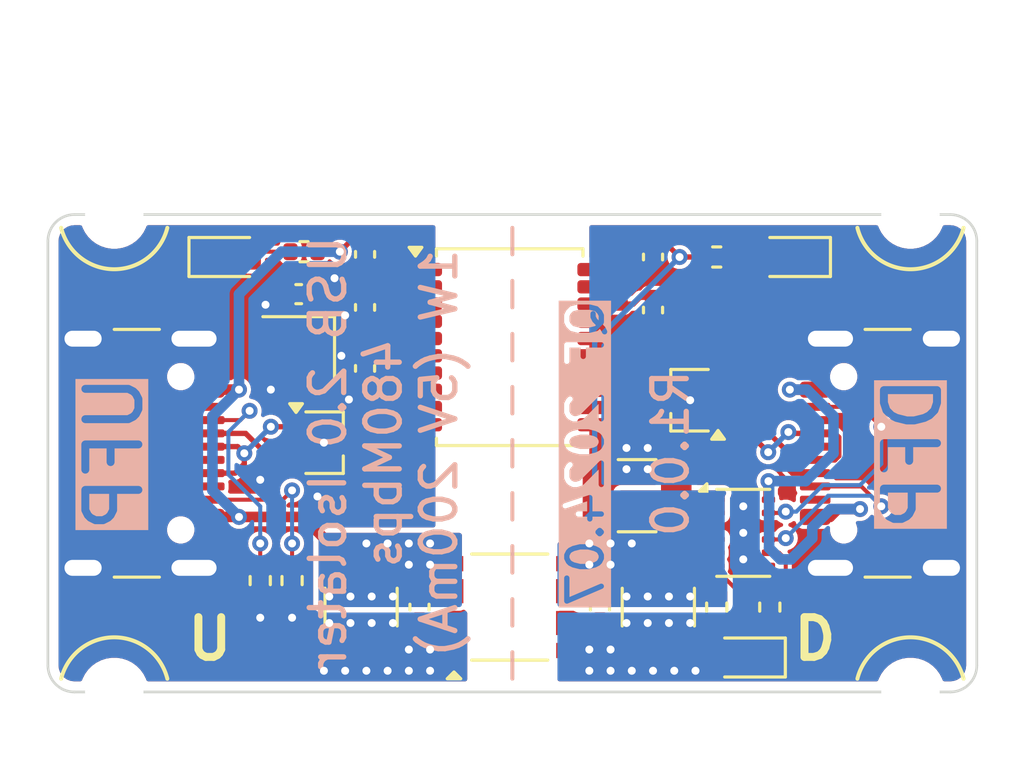
<source format=kicad_pcb>
(kicad_pcb (version 20240108) (generator "pcbnew") (generator_version "8.0")
  (layers (0 "F.Cu" signal) (31 "B.Cu" signal) (34 "B.Paste" user) (35 "F.Paste" user) (36 "B.SilkS" user "B.Silkscreen") (37 "F.SilkS" user "F.Silkscreen") (38 "B.Mask" user) (39 "F.Mask" user) (44 "Edge.Cuts" user))
  (net 0 "")
  (net 2 "+5V0_UFP")
  (net 3 "GND1")
  (net 4 "GND2")
  (net 5 "+5V0_DFP")
  (net 6 "Net-(U1-XI)")
  (net 7 "Net-(U1-XO)")
  (net 8 "Net-(U1-VDD1)")
  (net 9 "Net-(U1-VDD2)")
  (net 10 "/UFP_D_P")
  (net 11 "/UFP_D_N")
  (net 12 "/DFP_D_P")
  (net 13 "/DFP_D_N")
  (net 14 "Net-(D3-A)")
  (net 15 "Net-(D3-K)")
  (net 16 "Net-(D4-A)")
  (net 17 "Net-(D5-A)")
  (net 18 "/UFP_CC1")
  (net 19 "/UFP_CC2")
  (net 20 "/DFP_CC1")
  (net 21 "/DFP_CC2")
  (net 22 "Net-(U3-REF)")
  (net 27 "+5V0_DFP_VBUS")
  (footprint "LED_SMD:LED_0603_1608Metric" (layer "F.Cu") (at 105.27 77.055 180)
    (property "Reference" "D3" (hide yes))
    (property "Value" "LED_Amber" (hide yes))
    (pad "1" smd roundrect (at -0.7875 0 180) (size 0.875 0.95) (layers "F.Cu" "F.Paste" "F.Mask") (net 15 "Net-(D3-K)"))
    (pad "2" smd roundrect (at 0.7875 0 180) (size 0.875 0.95) (layers "F.Cu" "F.Paste" "F.Mask") (net 14 "Net-(D3-A)"))
  )
  (footprint "Capacitor_SMD:C_0402_1005Metric" (layer "F.Cu") (at 99.77 75.155 -90)
    (property "Reference" "C4" (hide yes))
    (property "Value" "0.1u" (hide yes))
    (pad "1" smd roundrect (at -0.48 0 270) (size 0.56 0.62) (layers "F.Cu" "F.Paste" "F.Mask") (net 5 "+5V0_DFP"))
    (pad "2" smd roundrect (at 0.48 0 270) (size 0.56 0.62) (layers "F.Cu" "F.Paste" "F.Mask") (net 4 "GND2"))
  )
  (footprint "LED_SMD:LED_0603_1608Metric" (layer "F.Cu") (at 106.97 61.955 180)
    (property "Reference" "D4" (hide yes))
    (property "Value" "LED_Green" (hide yes))
    (pad "1" smd roundrect (at -0.7875 0 180) (size 0.875 0.95) (layers "F.Cu" "F.Paste" "F.Mask") (net 4 "GND2"))
    (pad "2" smd roundrect (at 0.7875 0 180) (size 0.875 0.95) (layers "F.Cu" "F.Paste" "F.Mask") (net 16 "Net-(D4-A)"))
  )
  (footprint "Capacitor_SMD:C_0402_1005Metric" (layer "F.Cu") (at 90.92 61.855 -90)
    (property "Reference" "C8" (hide yes))
    (property "Value" "0.1u" (hide yes))
    (pad "1" smd roundrect (at -0.48 0 270) (size 0.56 0.62) (layers "F.Cu" "F.Paste" "F.Mask") (net 2 "+5V0_UFP"))
    (pad "2" smd roundrect (at 0.48 0 270) (size 0.56 0.62) (layers "F.Cu" "F.Paste" "F.Mask") (net 3 "GND1"))
  )
  (footprint "Resistor_SMD:R_0402_1005Metric" (layer "F.Cu") (at 104.17 61.955)
    (property "Reference" "R5" (hide yes))
    (property "Value" "5.1K" (hide yes))
    (pad "1" smd roundrect (at -0.51 0) (size 0.54 0.64) (layers "F.Cu" "F.Paste" "F.Mask") (net 5 "+5V0_DFP"))
    (pad "2" smd roundrect (at 0.51 0) (size 0.54 0.64) (layers "F.Cu" "F.Paste" "F.Mask") (net 16 "Net-(D4-A)"))
  )
  (footprint "Connector_USB:USB_C_Receptacle_GCT_USB4105-xx-A_16P_TopMnt_Horizontal" (layer "F.Cu") (at 81.37 69.355 -90)
    (property "Reference" "J1" (hide yes))
    (property "Value" "USB_C_Receptacle_USB2.0_14P" (hide yes))
    (pad "" np_thru_hole circle (at -2.89 -2.605 270) (size 0.65 0.65) (drill 0.65) (layers "F&B.Cu" "*.Mask"))
    (pad "" np_thru_hole circle (at 2.89 -2.605 270) (size 0.65 0.65) (drill 0.65) (layers "F&B.Cu" "*.Mask"))
    (pad "A1" smd roundrect (at -3.2 -3.68 270) (size 0.6 1.15) (layers "F.Cu" "F.Paste" "F.Mask") (net 3 "GND1"))
    (pad "A4" smd roundrect (at -2.4 -3.68 270) (size 0.6 1.15) (layers "F.Cu" "F.Paste" "F.Mask") (net 2 "+5V0_UFP"))
    (pad "A5" smd roundrect (at -1.25 -3.68 270) (size 0.3 1.15) (layers "F.Cu" "F.Paste" "F.Mask") (net 18 "/UFP_CC1"))
    (pad "A6" smd roundrect (at -0.25 -3.68 270) (size 0.3 1.15) (layers "F.Cu" "F.Paste" "F.Mask") (net 10 "/UFP_D_P"))
    (pad "A7" smd roundrect (at 0.25 -3.68 270) (size 0.3 1.15) (layers "F.Cu" "F.Paste" "F.Mask") (net 11 "/UFP_D_N"))
    (pad "A8" smd roundrect (at 1.25 -3.68 270) (size 0.3 1.15) (layers "F.Cu" "F.Paste" "F.Mask"))
    (pad "A9" smd roundrect (at 2.4 -3.68 270) (size 0.6 1.15) (layers "F.Cu" "F.Paste" "F.Mask") (net 2 "+5V0_UFP"))
    (pad "A12" smd roundrect (at 3.2 -3.68 270) (size 0.6 1.15) (layers "F.Cu" "F.Paste" "F.Mask") (net 3 "GND1"))
    (pad "B1" smd roundrect (at 3.2 -3.68 270) (size 0.6 1.15) (layers "F.Cu" "F.Paste" "F.Mask") (net 3 "GND1"))
    (pad "B4" smd roundrect (at 2.4 -3.68 270) (size 0.6 1.15) (layers "F.Cu" "F.Paste" "F.Mask") (net 2 "+5V0_UFP"))
    (pad "B5" smd roundrect (at 1.75 -3.68 270) (size 0.3 1.15) (layers "F.Cu" "F.Paste" "F.Mask") (net 19 "/UFP_CC2"))
    (pad "B6" smd roundrect (at 0.75 -3.68 270) (size 0.3 1.15) (layers "F.Cu" "F.Paste" "F.Mask") (net 10 "/UFP_D_P"))
    (pad "B7" smd roundrect (at -0.75 -3.68 270) (size 0.3 1.15) (layers "F.Cu" "F.Paste" "F.Mask") (net 11 "/UFP_D_N"))
    (pad "B8" smd roundrect (at -1.75 -3.68 270) (size 0.3 1.15) (layers "F.Cu" "F.Paste" "F.Mask"))
    (pad "B9" smd roundrect (at -2.4 -3.68 270) (size 0.6 1.15) (layers "F.Cu" "F.Paste" "F.Mask") (net 2 "+5V0_UFP"))
    (pad "B12" smd roundrect (at -3.2 -3.68 270) (size 0.6 1.15) (layers "F.Cu" "F.Paste" "F.Mask") (net 3 "GND1"))
    (pad "S1" thru_hole oval (at -4.32 -3.105 270) (size 1 2.1) (drill oval 0.6 1.7) (layers "*.Cu" "*.Mask" "F.Paste") (net 3 "GND1"))
    (pad "S1" thru_hole oval (at -4.32 1.075 270) (size 1 1.8) (drill oval 0.6 1.4) (layers "*.Cu" "*.Mask" "F.Paste") (net 3 "GND1"))
    (pad "S1" thru_hole oval (at 4.32 -3.105 270) (size 1 2.1) (drill oval 0.6 1.7) (layers "*.Cu" "*.Mask" "F.Paste") (net 3 "GND1"))
    (pad "S1" thru_hole oval (at 4.32 1.075 270) (size 1 1.8) (drill oval 0.6 1.4) (layers "*.Cu" "*.Mask" "F.Paste") (net 3 "GND1"))
  )
  (footprint "Capacitor_SMD:C_0402_1005Metric" (layer "F.Cu") (at 90.92 63.855 -90)
    (property "Reference" "C7" (hide yes))
    (property "Value" "0.1u" (hide yes))
    (pad "1" smd roundrect (at -0.48 0 270) (size 0.56 0.62) (layers "F.Cu" "F.Paste" "F.Mask") (net 8 "Net-(U1-VDD1)"))
    (pad "2" smd roundrect (at 0.48 0 270) (size 0.56 0.62) (layers "F.Cu" "F.Paste" "F.Mask") (net 3 "GND1"))
  )
  (footprint "Resistor_SMD:R_0402_1005Metric" (layer "F.Cu") (at 106.17 75.155 -90)
    (property "Reference" "R3" (hide yes))
    (property "Value" "100K" (hide yes))
    (pad "1" smd roundrect (at -0.51 0 270) (size 0.54 0.64) (layers "F.Cu" "F.Paste" "F.Mask") (net 22 "Net-(U3-REF)"))
    (pad "2" smd roundrect (at 0.51 0 270) (size 0.54 0.64) (layers "F.Cu" "F.Paste" "F.Mask") (net 4 "GND2"))
  )
  (footprint "Resistor_SMD:R_0402_1005Metric" (layer "F.Cu") (at 88.17 74.155 -90)
    (property "Reference" "R1" (hide yes))
    (property "Value" "5.1K" (hide yes))
    (pad "1" smd roundrect (at -0.51 0 270) (size 0.54 0.64) (layers "F.Cu" "F.Paste" "F.Mask") (net 19 "/UFP_CC2"))
    (pad "2" smd roundrect (at 0.51 0 270) (size 0.54 0.64) (layers "F.Cu" "F.Paste" "F.Mask") (net 3 "GND1"))
  )
  (footprint "Package_TO_SOT_SMD:SOT-323_SC-70" (layer "F.Cu") (at 103.17 67.355 180)
    (property "Reference" "D2" (hide yes))
    (property "Value" "ESD752" (hide yes))
    (pad "1" smd roundrect (at -1 -0.65 90) (size 0.45 0.7) (layers "F.Cu" "F.Paste" "F.Mask") (net 12 "/DFP_D_P"))
    (pad "2" smd roundrect (at -1 0.65 90) (size 0.45 0.7) (layers "F.Cu" "F.Paste" "F.Mask") (net 13 "/DFP_D_N"))
    (pad "3" smd roundrect (at 1 0 90) (size 0.45 0.7) (layers "F.Cu" "F.Paste" "F.Mask") (net 4 "GND2"))
  )
  (footprint "Connector_USB:USB_C_Receptacle_GCT_USB4105-xx-A_16P_TopMnt_Horizontal" (layer "F.Cu") (at 111.56 69.355 90)
    (property "Reference" "J2" (hide yes))
    (property "Value" "USB_C_Receptacle_USB2.0_14P" (hide yes))
    (pad "" np_thru_hole circle (at -2.89 -2.605 90) (size 0.65 0.65) (drill 0.65) (layers "F&B.Cu" "*.Mask"))
    (pad "" np_thru_hole circle (at 2.89 -2.605 90) (size 0.65 0.65) (drill 0.65) (layers "F&B.Cu" "*.Mask"))
    (pad "A1" smd roundrect (at -3.2 -3.68 90) (size 0.6 1.15) (layers "F.Cu" "F.Paste" "F.Mask") (net 4 "GND2"))
    (pad "A4" smd roundrect (at -2.4 -3.68 90) (size 0.6 1.15) (layers "F.Cu" "F.Paste" "F.Mask") (net 27 "+5V0_DFP_VBUS"))
    (pad "A5" smd roundrect (at -1.25 -3.68 90) (size 0.3 1.15) (layers "F.Cu" "F.Paste" "F.Mask") (net 20 "/DFP_CC1"))
    (pad "A6" smd roundrect (at -0.25 -3.68 90) (size 0.3 1.15) (layers "F.Cu" "F.Paste" "F.Mask") (net 12 "/DFP_D_P"))
    (pad "A7" smd roundrect (at 0.25 -3.68 90) (size 0.3 1.15) (layers "F.Cu" "F.Paste" "F.Mask") (net 13 "/DFP_D_N"))
    (pad "A8" smd roundrect (at 1.25 -3.68 90) (size 0.3 1.15) (layers "F.Cu" "F.Paste" "F.Mask"))
    (pad "A9" smd roundrect (at 2.4 -3.68 90) (size 0.6 1.15) (layers "F.Cu" "F.Paste" "F.Mask") (net 27 "+5V0_DFP_VBUS"))
    (pad "A12" smd roundrect (at 3.2 -3.68 90) (size 0.6 1.15) (layers "F.Cu" "F.Paste" "F.Mask") (net 4 "GND2"))
    (pad "B1" smd roundrect (at 3.2 -3.68 90) (size 0.6 1.15) (layers "F.Cu" "F.Paste" "F.Mask") (net 4 "GND2"))
    (pad "B4" smd roundrect (at 2.4 -3.68 90) (size 0.6 1.15) (layers "F.Cu" "F.Paste" "F.Mask") (net 27 "+5V0_DFP_VBUS"))
    (pad "B5" smd roundrect (at 1.75 -3.68 90) (size 0.3 1.15) (layers "F.Cu" "F.Paste" "F.Mask") (net 21 "/DFP_CC2"))
    (pad "B6" smd roundrect (at 0.75 -3.68 90) (size 0.3 1.15) (layers "F.Cu" "F.Paste" "F.Mask") (net 12 "/DFP_D_P"))
    (pad "B7" smd roundrect (at -0.75 -3.68 90) (size 0.3 1.15) (layers "F.Cu" "F.Paste" "F.Mask") (net 13 "/DFP_D_N"))
    (pad "B8" smd roundrect (at -1.75 -3.68 90) (size 0.3 1.15) (layers "F.Cu" "F.Paste" "F.Mask"))
    (pad "B9" smd roundrect (at -2.4 -3.68 90) (size 0.6 1.15) (layers "F.Cu" "F.Paste" "F.Mask") (net 27 "+5V0_DFP_VBUS"))
    (pad "B12" smd roundrect (at -3.2 -3.68 90) (size 0.6 1.15) (layers "F.Cu" "F.Paste" "F.Mask") (net 4 "GND2"))
    (pad "S1" thru_hole oval (at -4.32 -3.105 90) (size 1 2.1) (drill oval 0.6 1.7) (layers "*.Cu" "*.Mask" "F.Paste") (net 4 "GND2"))
    (pad "S1" thru_hole oval (at -4.32 1.075 90) (size 1 1.8) (drill oval 0.6 1.4) (layers "*.Cu" "*.Mask" "F.Paste") (net 4 "GND2"))
    (pad "S1" thru_hole oval (at 4.32 -3.105 90) (size 1 2.1) (drill oval 0.6 1.7) (layers "*.Cu" "*.Mask" "F.Paste") (net 4 "GND2"))
    (pad "S1" thru_hole oval (at 4.32 1.075 90) (size 1 1.8) (drill oval 0.6 1.4) (layers "*.Cu" "*.Mask" "F.Paste") (net 4 "GND2"))
  )
  (footprint "Capacitor_SMD:C_0402_1005Metric" (layer "F.Cu") (at 88.42 63.355 180)
    (property "Reference" "C5" (hide yes))
    (property "Value" "15p" (hide yes))
    (pad "1" smd roundrect (at -0.48 0 180) (size 0.56 0.62) (layers "F.Cu" "F.Paste" "F.Mask") (net 6 "Net-(U1-XI)"))
    (pad "2" smd roundrect (at 0.48 0 180) (size 0.56 0.62) (layers "F.Cu" "F.Paste" "F.Mask") (net 3 "GND1"))
  )
  (footprint "Package_SON:WSON-12-1EP_3x2mm_P0.5mm_EP1x2.65_ThermalVias" (layer "F.Cu") (at 105.17 72.355)
    (property "Reference" "U3" (hide yes))
    (property "Value" "TPS25820" (hide yes))
    (pad "1" smd roundrect (at -0.95 -1.25) (size 0.5 0.25) (layers "F.Cu" "F.Paste" "F.Mask") (net 5 "+5V0_DFP"))
    (pad "2" smd roundrect (at -0.95 -0.75) (size 0.5 0.25) (layers "F.Cu" "F.Paste" "F.Mask") (net 5 "+5V0_DFP"))
    (pad "3" smd roundrect (at -0.95 -0.25) (size 0.5 0.25) (layers "F.Cu" "F.Paste" "F.Mask") (net 4 "GND2"))
    (pad "4" smd roundrect (at -0.95 0.25) (size 0.5 0.25) (layers "F.Cu" "F.Paste" "F.Mask") (net 5 "+5V0_DFP"))
    (pad "5" smd roundrect (at -0.95 0.75) (size 0.5 0.25) (layers "F.Cu" "F.Paste" "F.Mask"))
    (pad "6" smd roundrect (at -0.95 1.25) (size 0.5 0.25) (layers "F.Cu" "F.Paste" "F.Mask") (net 15 "Net-(D3-K)"))
    (pad "7" smd roundrect (at 0.95 1.25) (size 0.5 0.25) (layers "F.Cu" "F.Paste" "F.Mask"))
    (pad "8" smd roundrect (at 0.95 0.75) (size 0.5 0.25) (layers "F.Cu" "F.Paste" "F.Mask") (net 22 "Net-(U3-REF)"))
    (pad "9" smd roundrect (at 0.95 0.25) (size 0.5 0.25) (layers "F.Cu" "F.Paste" "F.Mask") (net 20 "/DFP_CC1"))
    (pad "10" smd roundrect (at 0.95 -0.25) (size 0.5 0.25) (layers "F.Cu" "F.Paste" "F.Mask") (net 4 "GND2"))
    (pad "11" smd roundrect (at 0.95 -0.75) (size 0.5 0.25) (layers "F.Cu" "F.Paste" "F.Mask") (net 21 "/DFP_CC2"))
    (pad "12" smd roundrect (at 0.95 -1.25) (size 0.5 0.25) (layers "F.Cu" "F.Paste" "F.Mask") (net 27 "+5V0_DFP_VBUS"))
    (pad "13" thru_hole circle (at 0 -1 90) (size 0.6 0.6) (drill 0.3) (layers "*.Cu") (net 4 "GND2"))
    (pad "13" thru_hole circle (at 0 0) (size 0.6 0.6) (drill 0.3) (layers "*.Cu") (net 4 "GND2"))
    (pad "13" smd rect (at 0 0) (size 1 2.65) (layers "F.Cu" "F.Mask") (net 4 "GND2"))
    (pad "13" smd rect (at 0 0) (size 1 2.65) (layers "B.Cu") (net 4 "GND2"))
    (pad "13" thru_hole circle (at 0 1) (size 0.6 0.6) (drill 0.3) (layers "*.Cu") (net 4 "GND2"))
  )
  (footprint "Crystal:Crystal_SMD_2016-4Pin_2.0x1.6mm" (layer "F.Cu") (at 88.42 65.355 180)
    (property "Reference" "Y1" (hide yes))
    (property "Value" "24Mhz" (hide yes))
    (pad "1" smd rect (at -0.7 0.55 180) (size 0.9 0.8) (layers "F.Cu" "F.Paste" "F.Mask") (net 6 "Net-(U1-XI)"))
    (pad "2" smd rect (at 0.7 0.55 180) (size 0.9 0.8) (layers "F.Cu" "F.Paste" "F.Mask") (net 3 "GND1"))
    (pad "3" smd rect (at 0.7 -0.55 180) (size 0.9 0.8) (layers "F.Cu" "F.Paste" "F.Mask") (net 7 "Net-(U1-XO)"))
    (pad "4" smd rect (at -0.7 -0.55 180) (size 0.9 0.8) (layers "F.Cu" "F.Paste" "F.Mask") (net 3 "GND1"))
  )
  (footprint "Capacitor_SMD:C_0402_1005Metric" (layer "F.Cu") (at 101.77 61.955 -90)
    (property "Reference" "C10" (hide yes))
    (property "Value" "0.1u" (hide yes))
    (pad "1" smd roundrect (at -0.48 0 270) (size 0.56 0.62) (layers "F.Cu" "F.Paste" "F.Mask") (net 5 "+5V0_DFP"))
    (pad "2" smd roundrect (at 0.48 0 270) (size 0.56 0.62) (layers "F.Cu" "F.Paste" "F.Mask") (net 4 "GND2"))
  )
  (footprint "Capacitor_SMD:C_1210_3225Metric" (layer "F.Cu") (at 90.77 75.155 -90)
    (property "Reference" "C1" (hide yes))
    (property "Value" "22u" (hide yes))
    (pad "1" smd roundrect (at -1.475 0 270) (size 1.15 2.7) (layers "F.Cu" "F.Paste" "F.Mask") (roundrect_rratio 0.217391) (net 2 "+5V0_UFP"))
    (pad "2" smd roundrect (at 1.475 0 270) (size 1.15 2.7) (layers "F.Cu" "F.Paste" "F.Mask") (roundrect_rratio 0.217391) (net 3 "GND1"))
  )
  (footprint "MountingHole:MountingHole_2.2mm_M2" (layer "F.Cu") (at 111.47 60.355)
    (property "Reference" "H3" (hide yes))
    (property "Value" "MountingHole" (hide yes))
    (pad "" np_thru_hole circle (at 0 0) (size 2.2 2.2) (drill 2.2) (layers "*.Cu" "*.Mask"))
  )
  (footprint "LED_SMD:LED_0603_1608Metric" (layer "F.Cu") (at 85.77 61.955)
    (property "Reference" "D5" (hide yes))
    (property "Value" "LED_Green" (hide yes))
    (pad "1" smd roundrect (at -0.7875 0) (size 0.875 0.95) (layers "F.Cu" "F.Paste" "F.Mask") (net 3 "GND1"))
    (pad "2" smd roundrect (at 0.7875 0) (size 0.875 0.95) (layers "F.Cu" "F.Paste" "F.Mask") (net 17 "Net-(D5-A)"))
  )
  (footprint "MountingHole:MountingHole_2.2mm_M2" (layer "F.Cu") (at 81.47 60.355)
    (property "Reference" "H2" (hide yes))
    (property "Value" "MountingHole" (hide yes))
    (pad "" np_thru_hole circle (at 0 0) (size 2.2 2.2) (drill 2.2) (layers "*.Cu" "*.Mask"))
  )
  (footprint "q-lab:Package_LGA-12_5x4mm" (layer "F.Cu") (at 96.37 75.155 180)
    (property "Reference" "U2" (hide yes))
    (property "Value" "R05C1TF05S" (hide yes))
    (pad "1" smd custom (at 2.0875 -1.6375 180) (size 0.3 0.3) (layers "F.Cu" "F.Paste" "F.Mask") (net 3 "GND1") (options (clearance outline) (anchor rect)) (primitives (gr_poly (pts (xy -0.1875 0.2875) (xy -0.3375 0.1375) (xy -0.3375 -0.2875) (xy 0.3375 -0.2875) (xy 0.3375 0.2875)) (width 0.01) (fill yes))))
    (pad "2" smd custom (at 2.125 -0.3 180) (size 0.3 0.3) (layers "F.Cu" "F.Paste" "F.Mask") (net 3 "GND1") (options (clearance outline) (anchor rect)) (primitives (gr_poly (pts (xy 0.3 0.15) (xy -0.375 0.15) (xy -0.375 -0.75) (xy 0.3 -0.75) (xy 0.3 -0.45) (xy 0.175 -0.45) (xy 0.175 -0.15) (xy 0.3 -0.15)) (width 0.01) (fill yes))))
    (pad "3" smd rect (at 2.1 -0.9 180) (size 0.3 0.3) (layers "F.Cu" "F.Paste" "F.Mask") (net 3 "GND1"))
    (pad "4" smd custom (at 2.125 0.9 180) (size 0.3 0.3) (layers "F.Cu" "F.Paste" "F.Mask") (net 2 "+5V0_UFP") (options (clearance outline) (anchor rect)) (primitives (gr_poly (pts (xy 0.3 0.15) (xy -0.375 0.15) (xy -0.375 -0.75) (xy 0.3 -0.75) (xy 0.3 -0.45) (xy 0.175 -0.45) (xy 0.175 -0.15) (xy 0.3 -0.15)) (width 0.01) (fill yes))))
    (pad "5" smd rect (at 2.1 0.3 180) (size 0.3 0.3) (layers "F.Cu" "F.Paste" "F.Mask") (net 2 "+5V0_UFP"))
    (pad "6" smd rect (at 2.0875 1.6375 180) (size 0.675 0.575) (layers "F.Cu" "F.Paste" "F.Mask") (net 2 "+5V0_UFP"))
    (pad "7" smd rect (at -2.0875 1.6375 180) (size 0.675 0.575) (layers "F.Cu" "F.Paste" "F.Mask") (net 5 "+5V0_DFP"))
    (pad "8" smd rect (at -2.1 0.9 180) (size 0.3 0.3) (layers "F.Cu" "F.Paste" "F.Mask") (net 5 "+5V0_DFP"))
    (pad "9" smd custom (at -2.125 0.3 180) (size 0.3 0.3) (layers "F.Cu" "F.Paste" "F.Mask") (net 5 "+5V0_DFP") (options (clearance outline) (anchor rect)) (primitives (gr_poly (pts (xy -0.3 0.45) (xy -0.3 0.75) (xy 0.375 0.75) (xy 0.375 -0.15) (xy -0.3 -0.15) (xy -0.3 0.15) (xy -0.175 0.15) (xy -0.175 0.45)) (width 0.01) (fill yes))))
    (pad "10" smd rect (at -2.1 -0.3 180) (size 0.3 0.3) (layers "F.Cu" "F.Paste" "F.Mask") (net 4 "GND2"))
    (pad "11" smd custom (at -2.125 -0.9 180) (size 0.3 0.3) (layers "F.Cu" "F.Paste" "F.Mask") (net 4 "GND2") (options (clearance outline) (anchor rect)) (primitives (gr_poly (pts (xy -0.3 0.45) (xy -0.3 0.75) (xy 0.375 0.75) (xy 0.375 -0.15) (xy -0.3 -0.15) (xy -0.3 0.15) (xy -0.175 0.15) (xy -0.175 0.45)) (width 0.01) (fill yes))))
    (pad "12" smd rect (at -2.0875 -1.6375 180) (size 0.675 0.575) (layers "F.Cu" "F.Paste" "F.Mask") (net 4 "GND2"))
  )
  (footprint "Capacitor_SMD:C_0402_1005Metric" (layer "F.Cu") (at 92.97 75.155 -90)
    (property "Reference" "C2" (hide yes))
    (property "Value" "0.1u" (hide yes))
    (pad "1" smd roundrect (at -0.48 0 270) (size 0.56 0.62) (layers "F.Cu" "F.Paste" "F.Mask") (net 2 "+5V0_UFP"))
    (pad "2" smd roundrect (at 0.48 0 270) (size 0.56 0.62) (layers "F.Cu" "F.Paste" "F.Mask") (net 3 "GND1"))
  )
  (footprint "Package_TO_SOT_SMD:SOT-323_SC-70" (layer "F.Cu") (at 89.37 68.955)
    (property "Reference" "D1" (hide yes))
    (property "Value" "ESD752" (hide yes))
    (pad "1" smd roundrect (at -1 -0.65 270) (size 0.45 0.7) (layers "F.Cu" "F.Paste" "F.Mask") (net 10 "/UFP_D_P"))
    (pad "2" smd roundrect (at -1 0.65 270) (size 0.45 0.7) (layers "F.Cu" "F.Paste" "F.Mask") (net 11 "/UFP_D_N"))
    (pad "3" smd roundrect (at 1 0 270) (size 0.45 0.7) (layers "F.Cu" "F.Paste" "F.Mask") (net 3 "GND1"))
  )
  (footprint "Resistor_SMD:R_0402_1005Metric" (layer "F.Cu") (at 86.97 74.155 -90)
    (property "Reference" "R2" (hide yes))
    (property "Value" "5.1K" (hide yes))
    (pad "1" smd roundrect (at -0.51 0 270) (size 0.54 0.64) (layers "F.Cu" "F.Paste" "F.Mask") (net 18 "/UFP_CC1"))
    (pad "2" smd roundrect (at 0.51 0 270) (size 0.54 0.64) (layers "F.Cu" "F.Paste" "F.Mask") (net 3 "GND1"))
  )
  (footprint "Capacitor_SMD:C_0402_1005Metric" (layer "F.Cu") (at 90.92 66.155 -90)
    (property "Reference" "C6" (hide yes))
    (property "Value" "15p" (hide yes))
    (pad "1" smd roundrect (at -0.48 0 270) (size 0.56 0.62) (layers "F.Cu" "F.Paste" "F.Mask") (net 7 "Net-(U1-XO)"))
    (pad "2" smd roundrect (at 0.48 0 270) (size 0.56 0.62) (layers "F.Cu" "F.Paste" "F.Mask") (net 3 "GND1"))
  )
  (footprint "Resistor_SMD:R_0402_1005Metric" (layer "F.Cu") (at 104.17 75.155 -90)
    (property "Reference" "R4" (hide yes))
    (property "Value" "5.1K" (hide yes))
    (pad "1" smd roundrect (at -0.51 0 270) (size 0.54 0.64) (layers "F.Cu" "F.Paste" "F.Mask") (net 5 "+5V0_DFP"))
    (pad "2" smd roundrect (at 0.51 0 270) (size 0.54 0.64) (layers "F.Cu" "F.Paste" "F.Mask") (net 14 "Net-(D3-A)"))
  )
  (footprint "Capacitor_SMD:C_1210_3225Metric" (layer "F.Cu") (at 101.17 70.955 180)
    (property "Reference" "C11" (hide yes))
    (property "Value" "22u" (hide yes))
    (pad "1" smd roundrect (at -1.475 0 180) (size 1.15 2.7) (layers "F.Cu" "F.Paste" "F.Mask") (roundrect_rratio 0.217391) (net 5 "+5V0_DFP"))
    (pad "2" smd roundrect (at 1.475 0 180) (size 1.15 2.7) (layers "F.Cu" "F.Paste" "F.Mask") (roundrect_rratio 0.217391) (net 4 "GND2"))
  )
  (footprint "Capacitor_SMD:C_1210_3225Metric" (layer "F.Cu") (at 101.97 75.155 -90)
    (property "Reference" "C3" (hide yes))
    (property "Value" "22u" (hide yes))
    (pad "1" smd roundrect (at -1.475 0 270) (size 1.15 2.7) (layers "F.Cu" "F.Paste" "F.Mask") (roundrect_rratio 0.217391) (net 5 "+5V0_DFP"))
    (pad "2" smd roundrect (at 1.475 0 270) (size 1.15 2.7) (layers "F.Cu" "F.Paste" "F.Mask") (roundrect_rratio 0.217391) (net 4 "GND2"))
  )
  (footprint "Resistor_SMD:R_0402_1005Metric" (layer "F.Cu") (at 88.62 61.755 180)
    (property "Reference" "R6" (hide yes))
    (property "Value" "5.1K" (hide yes))
    (pad "1" smd roundrect (at -0.51 0 180) (size 0.54 0.64) (layers "F.Cu" "F.Paste" "F.Mask") (net 2 "+5V0_UFP"))
    (pad "2" smd roundrect (at 0.51 0 180) (size 0.54 0.64) (layers "F.Cu" "F.Paste" "F.Mask") (net 17 "Net-(D5-A)"))
  )
  (footprint "Capacitor_SMD:C_0402_1005Metric" (layer "F.Cu") (at 101.77 63.955 -90)
    (property "Reference" "C9" (hide yes))
    (property "Value" "0.1u" (hide yes))
    (pad "1" smd roundrect (at -0.48 0 270) (size 0.56 0.62) (layers "F.Cu" "F.Paste" "F.Mask") (net 9 "Net-(U1-VDD2)"))
    (pad "2" smd roundrect (at 0.48 0 270) (size 0.56 0.62) (layers "F.Cu" "F.Paste" "F.Mask") (net 4 "GND2"))
  )
  (footprint "Package_SO:SSOP-20_5.3x7.2mm_P0.65mm" (layer "F.Cu") (at 96.37 65.355)
    (property "Reference" "U1" (hide yes))
    (property "Value" "ADuM3165" (hide yes))
    (pad "1" smd roundrect (at -3.5 -2.925) (size 1.9 0.5) (layers "F.Cu" "F.Paste" "F.Mask") (net 2 "+5V0_UFP"))
    (pad "2" smd roundrect (at -3.5 -2.275) (size 1.9 0.5) (layers "F.Cu" "F.Paste" "F.Mask") (net 3 "GND1"))
    (pad "3" smd roundrect (at -3.5 -1.625) (size 1.9 0.5) (layers "F.Cu" "F.Paste" "F.Mask") (net 8 "Net-(U1-VDD1)"))
    (pad "4" smd roundrect (at -3.5 -0.975) (size 1.9 0.5) (layers "F.Cu" "F.Paste" "F.Mask") (net 3 "GND1"))
    (pad "5" smd roundrect (at -3.5 -0.325) (size 1.9 0.5) (layers "F.Cu" "F.Paste" "F.Mask") (net 6 "Net-(U1-XI)"))
    (pad "6" smd roundrect (at -3.5 0.325) (size 1.9 0.5) (layers "F.Cu" "F.Paste" "F.Mask") (net 7 "Net-(U1-XO)"))
    (pad "7" smd roundrect (at -3.5 0.975) (size 1.9 0.5) (layers "F.Cu" "F.Paste" "F.Mask") (net 3 "GND1"))
    (pad "8" smd roundrect (at -3.5 1.625) (size 1.9 0.5) (layers "F.Cu" "F.Paste" "F.Mask") (net 10 "/UFP_D_P"))
    (pad "9" smd roundrect (at -3.5 2.275) (size 1.9 0.5) (layers "F.Cu" "F.Paste" "F.Mask") (net 11 "/UFP_D_N"))
    (pad "10" smd roundrect (at -3.5 2.925) (size 1.9 0.5) (layers "F.Cu" "F.Paste" "F.Mask") (net 3 "GND1"))
    (pad "11" smd roundrect (at 3.5 2.925) (size 1.9 0.5) (layers "F.Cu" "F.Paste" "F.Mask") (net 4 "GND2"))
    (pad "12" smd roundrect (at 3.5 2.275) (size 1.9 0.5) (layers "F.Cu" "F.Paste" "F.Mask") (net 12 "/DFP_D_P"))
    (pad "13" smd roundrect (at 3.5 1.625) (size 1.9 0.5) (layers "F.Cu" "F.Paste" "F.Mask") (net 13 "/DFP_D_N"))
    (pad "14" smd roundrect (at 3.5 0.975) (size 1.9 0.5) (layers "F.Cu" "F.Paste" "F.Mask"))
    (pad "15" smd roundrect (at 3.5 0.325) (size 1.9 0.5) (layers "F.Cu" "F.Paste" "F.Mask") (net 4 "GND2"))
    (pad "16" smd roundrect (at 3.5 -0.325) (size 1.9 0.5) (layers "F.Cu" "F.Paste" "F.Mask") (net 4 "GND2"))
    (pad "17" smd roundrect (at 3.5 -0.975) (size 1.9 0.5) (layers "F.Cu" "F.Paste" "F.Mask") (net 4 "GND2"))
    (pad "18" smd roundrect (at 3.5 -1.625) (size 1.9 0.5) (layers "F.Cu" "F.Paste" "F.Mask") (net 9 "Net-(U1-VDD2)"))
    (pad "19" smd roundrect (at 3.5 -2.275) (size 1.9 0.5) (layers "F.Cu" "F.Paste" "F.Mask") (net 4 "GND2"))
    (pad "20" smd roundrect (at 3.5 -2.925) (size 1.9 0.5) (layers "F.Cu" "F.Paste" "F.Mask") (net 5 "+5V0_DFP"))
  )
  (footprint "MountingHole:MountingHole_2.2mm_M2" (layer "F.Cu") (at 111.469999 78.354999)
    (property "Reference" "H4" (hide yes))
    (property "Value" "MountingHole" (hide yes))
    (pad "" np_thru_hole circle (at 0 0) (size 2.2 2.2) (drill 2.2) (layers "*.Cu" "*.Mask"))
  )
  (footprint "MountingHole:MountingHole_2.2mm_M2" (layer "F.Cu") (at 81.47 78.355)
    (property "Reference" "H1" (hide yes))
    (property "Value" "MountingHole" (hide yes))
    (pad "" np_thru_hole circle (at 0 0) (size 2.2 2.2) (drill 2.2) (layers "*.Cu" "*.Mask"))
  )
  (gr_line (start 96.47 67.855) (end 96.47 66.855) (stroke (width 0.15)) (layer "B.SilkS"))
  (gr_line (start 96.47 75.855) (end 96.47 74.855) (stroke (width 0.15)) (layer "B.SilkS"))
  (gr_line (start 96.47 63.855) (end 96.47 62.855) (stroke (width 0.15)) (layer "B.SilkS"))
  (gr_line (start 96.47 73.855) (end 96.47 72.855) (stroke (width 0.15)) (layer "B.SilkS"))
  (gr_line (start 96.47 77.855) (end 96.47 76.855) (stroke (width 0.15)) (layer "B.SilkS"))
  (gr_line (start 96.47 65.855) (end 96.47 64.855) (stroke (width 0.15)) (layer "B.SilkS"))
  (gr_line (start 96.47 69.855) (end 96.47 68.855) (stroke (width 0.15)) (layer "B.SilkS"))
  (gr_line (start 96.47 71.855) (end 96.47 70.855) (stroke (width 0.15)) (layer "B.SilkS"))
  (gr_line (start 96.47 61.855) (end 96.47 60.855) (stroke (width 0.15)) (layer "B.SilkS"))
  (gr_arc (start 83.47 60.855001) (mid 81.470001 62.416553) (end 79.470001 60.855001) (stroke (width 0.15)) (layer "F.SilkS"))
  (gr_arc (start 79.47 77.854999) (mid 81.469999 76.293447) (end 83.469999 77.854999) (stroke (width 0.15)) (layer "F.SilkS"))
  (gr_arc (start 109.47 77.854999) (mid 111.469999 76.293447) (end 113.469999 77.854999) (stroke (width 0.15)) (layer "F.SilkS"))
  (gr_arc (start 113.47 60.855) (mid 111.47 62.416552) (end 109.470001 60.855) (stroke (width 0.15)) (layer "F.SilkS"))
  (gr_arc (start 113.97 77.355) (mid 113.677107 78.062107) (end 112.97 78.355) (stroke (width 0.1)) (layer "Edge.Cuts"))
  (gr_line (start 78.97 77.355) (end 78.97 61.355) (stroke (width 0.1)) (layer "Edge.Cuts"))
  (gr_arc (start 78.97 61.355) (mid 79.262893 60.647893) (end 79.97 60.355) (stroke (width 0.1)) (layer "Edge.Cuts"))
  (gr_line (start 113.97 61.355) (end 113.97 77.355) (stroke (width 0.1)) (layer "Edge.Cuts"))
  (gr_line (start 112.97 78.355) (end 79.97 78.355) (stroke (width 0.1)) (layer "Edge.Cuts"))
  (gr_arc (start 79.97 78.355) (mid 79.262893 78.062107) (end 78.97 77.355) (stroke (width 0.1)) (layer "Edge.Cuts"))
  (gr_arc (start 112.97 60.355) (mid 113.677107 60.647893) (end 113.97 61.355) (stroke (width 0.1)) (layer "Edge.Cuts"))
  (gr_line (start 79.97 60.355) (end 112.97 60.355) (stroke (width 0.1)) (layer "Edge.Cuts"))
  (gr_text "QF 2024.07" (at 98.47 69.355 90) (layer "B.SilkS" knockout) (effects (font (size 1.3 1.3) (thickness 0.2)) (justify top mirror)))
  (gr_text "USB 2.0 Isolater\n480Mbps\n1W (5V 200mA)" (at 94.47 69.355 90) (layer "B.SilkS") (effects (font (size 1.3 1.3) (thickness 0.2)) (justify bottom mirror)))
  (gr_text "UFP" (at 81.47 69.355 90) (layer "B.SilkS" knockout) (effects (font (size 2 2) (thickness 0.3)) (justify mirror)))
  (gr_text "R1.0.0" (at 101.67 69.355 90) (layer "B.SilkS") (effects (font (size 1.3 1.3) (thickness 0.2)) (justify top mirror)))
  (gr_text "DFP" (at 111.56 69.355 90) (layer "B.SilkS" knockout) (effects (font (size 2 2) (thickness 0.3)) (justify mirror)))
  (gr_text "U" (at 85.07 76.355 0) (layer "F.SilkS") (effects (font (size 1.5 1.5) (thickness 0.3) (bold yes))))
  (gr_text "D" (at 107.87 76.355 0) (layer "F.SilkS") (effects (font (size 1.5 1.5) (thickness 0.3) (bold yes))))
  (segment (start 90.92 61.375) (end 90.35 61.375) (width 0.2) (layer "F.Cu") (net 2))
  (segment (start 85.05 71.755) (end 86.17 71.755) (width 0.4) (layer "F.Cu") (net 2))
  (segment (start 90.495 73.68) (end 90.77 73.68) (width 0.4) (layer "F.Cu") (net 2))
  (segment (start 86.17 71.755) (end 88.57 71.755) (width 0.4) (layer "F.Cu") (net 2))
  (segment (start 89.97 61.755) (end 89.13 61.755) (width 0.152) (layer "F.Cu") (net 2))
  (segment (start 92.87 62.43) (end 92.87 61.855) (width 0.2) (layer "F.Cu") (net 2))
  (segment (start 92.87 61.855) (end 92.39 61.375) (width 0.2) (layer "F.Cu") (net 2))
  (segment (start 92.39 61.375) (end 90.92 61.375) (width 0.2) (layer "F.Cu") (net 2))
  (segment (start 88.57 71.755) (end 90.495 73.68) (width 0.4) (layer "F.Cu") (net 2))
  (segment (start 85.05 66.955) (end 86.17 66.955) (width 0.4) (layer "F.Cu") (net 2))
  (segment (start 90.35 61.375) (end 89.97 61.755) (width 0.2) (layer "F.Cu") (net 2))
  (via (at 91.77 72.755) (size 0.6) (drill 0.3) (layers "F.Cu" "B.Cu") (net 2))
  (via (at 86.17 66.955) (size 0.6) (drill 0.3) (layers "F.Cu" "B.Cu") (net 2))
  (via (at 86.17 71.755) (size 0.6) (drill 0.3) (layers "F.Cu" "B.Cu") (net 2))
  (via (at 93.37 73.555) (size 0.6) (drill 0.3) (layers "F.Cu" "B.Cu") (net 2))
  (via (at 92.57 73.555) (size 0.6) (drill 0.3) (layers "F.Cu" "B.Cu") (net 2))
  (via (at 92.57 72.755) (size 0.6) (drill 0.3) (layers "F.Cu" "B.Cu") (net 2))
  (via (at 89.57 74.755) (size 0.6) (drill 0.3) (layers "F.Cu" "B.Cu") (net 2))
  (via (at 91.97 74.755) (size 0.6) (drill 0.3) (layers "F.Cu" "B.Cu") (net 2))
  (via (at 91.17 74.755) (size 0.6) (drill 0.3) (layers "F.Cu" "B.Cu") (net 2))
  (via (at 89.97 61.755) (size 0.6) (drill 0.3) (layers "F.Cu" "B.Cu") (net 2))
  (via (at 90.37 74.755) (size 0.6) (drill 0.3) (layers "F.Cu" "B.Cu") (net 2))
  (via (at 90.97 72.755) (size 0.6) (drill 0.3) (layers "F.Cu" "B.Cu") (net 2))
  (via (at 93.37 72.755) (size 0.6) (drill 0.3) (layers "F.Cu" "B.Cu") (net 2))
  (segment (start 86.17 63.355) (end 87.77 61.755) (width 0.4) (layer "B.Cu") (net 2))
  (segment (start 85.17 67.955) (end 85.17 70.755) (width 0.4) (layer "B.Cu") (net 2))
  (segment (start 86.17 66.955) (end 85.17 67.955) (width 0.4) (layer "B.Cu") (net 2))
  (segment (start 85.17 70.755) (end 86.17 71.755) (width 0.4) (layer "B.Cu") (net 2))
  (segment (start 87.77 61.755) (end 89.97 61.755) (width 0.4) (layer "B.Cu") (net 2))
  (segment (start 86.17 66.955) (end 86.17 63.355) (width 0.4) (layer "B.Cu") (net 2))
  (via (at 90.37 75.755) (size 0.6) (drill 0.3) (layers "F.Cu" "B.Cu") (net 3))
  (via (at 86.97 75.555) (size 0.6) (drill 0.3) (layers "F.Cu" "B.Cu") (net 3))
  (via (at 86.97 70.355) (size 0.6) (drill 0.3) (layers "F.Cu" "B.Cu") (net 3))
  (via (at 87.37 66.955) (size 0.6) (drill 0.3) (layers "F.Cu" "B.Cu") (net 3))
  (via (at 87.17 63.755) (size 0.6) (drill 0.3) (layers "F.Cu" "B.Cu") (net 3))
  (via (at 90.17 64.155) (size 0.6) (drill 0.3) (layers "F.Cu" "B.Cu") (net 3))
  (via (at 88.17 75.555) (size 0.6) (drill 0.3) (layers "F.Cu" "B.Cu") (net 3))
  (via (at 93.37 77.555) (size 0.6) (drill 0.3) (layers "F.Cu" "B.Cu") (net 3))
  (via (at 90.311858 67.327811) (size 0.6) (drill 0.3) (layers "F.Cu" "B.Cu") (net 3))
  (via (at 93.37 76.755) (size 0.6) (drill 0.3) (layers "F.Cu" "B.Cu") (net 3))
  (via (at 89.37 68.955) (size 0.6) (drill 0.3) (layers "F.Cu" "B.Cu") (net 3))
  (via (at 89.57 75.755) (size 0.6) (drill 0.3) (layers "F.Cu" "B.Cu") (net 3))
  (via (at 89.77 62.755) (size 0.6) (drill 0.3) (layers "F.Cu" "B.Cu") (net 3))
  (via (at 90.17 77.555) (size 0.6) (drill 0.3) (layers "F.Cu" "B.Cu") (net 3))
  (via (at 90.026658 65.679612) (size 0.6) (drill 0.3) (layers "F.Cu" "B.Cu") (net 3))
  (via (at 92.57 77.555) (size 0.6) (drill 0.3) (layers "F.Cu" "B.Cu") (net 3))
  (via (at 91.77 77.555) (size 0.6) (drill 0.3) (layers "F.Cu" "B.Cu") (net 3))
  (via (at 89.125848 70.984848) (size 0.6) (drill 0.3) (layers "F.Cu" "B.Cu") (net 3))
  (via (at 91.97 75.755) (size 0.6) (drill 0.3) (layers "F.Cu" "B.Cu") (net 3))
  (via (at 91.17 75.755) (size 0.6) (drill 0.3) (layers "F.Cu" "B.Cu") (net 3))
  (via (at 89.37 77.555) (size 0.6) (drill 0.3) (layers "F.Cu" "B.Cu") (net 3))
  (via (at 92.57 76.755) (size 0.6) (drill 0.3) (layers "F.Cu" "B.Cu") (net 3))
  (via (at 90.97 77.555) (size 0.6) (drill 0.3) (layers "F.Cu" "B.Cu") (net 3))
  (via (at 102.57 77.555) (size 0.6) (drill 0.3) (layers "F.Cu" "B.Cu") (net 4))
  (via (at 100.17 76.755) (size 0.6) (drill 0.3) (layers "F.Cu" "B.Cu") (net 4))
  (via (at 103.17 67.355) (size 0.6) (drill 0.3) (layers "F.Cu" "B.Cu") (net 4))
  (via (at 103.17 75.755) (size 0.6) (drill 0.3) (layers "F.Cu" "B.Cu") (net 4))
  (via (at 101.77 77.555) (size 0.6) (drill 0.3) (layers "F.Cu" "B.Cu") (net 4))
  (via (at 101.57 75.755) (size 0.6) (drill 0.3) (layers "F.Cu" "B.Cu") (net 4))
  (via (at 100.77 75.755) (size 0.6) (drill 0.3) (layers "F.Cu" "B.Cu") (net 4))
  (via (at 100.97 77.555) (size 0.6) (drill 0.3) (layers "F.Cu" "B.Cu") (net 4))
  (via (at 99.37 76.755) (size 0.6) (drill 0.3) (layers "F.Cu" "B.Cu") (net 4))
  (via (at 100.17 77.555) (size 0.6) (drill 0.3) (layers "F.Cu" "B.Cu") (net 4))
  (via (at 99.37 77.555) (size 0.6) (drill 0.3) (layers "F.Cu" "B.Cu") (net 4))
  (via (at 100.77 69.955) (size 0.6) (drill 0.3) (layers "F.Cu" "B.Cu") (net 4))
  (via (at 101.57 69.955) (size 0.6) (drill 0.3) (layers "F.Cu" "B.Cu") (net 4))
  (via (at 101.57 69.155) (size 0.6) (drill 0.3) (layers "F.Cu" "B.Cu") (net 4))
  (via (at 103.37 77.555) (size 0.6) (drill 0.3) (layers "F.Cu" "B.Cu") (net 4))
  (via (at 102.37 75.755) (size 0.6) (drill 0.3) (layers "F.Cu" "B.Cu") (net 4))
  (via (at 100.77 69.155) (size 0.6) (drill 0.3) (layers "F.Cu" "B.Cu") (net 4))
  (segment (start 101.77 61.475) (end 102.29 61.475) (width 0.2) (layer "F.Cu") (net 5))
  (segment (start 102.29 61.475) (end 102.77 61.955) (width 0.2) (layer "F.Cu") (net 5))
  (segment (start 102.77 61.955) (end 103.66 61.955) (width 0.2) (layer "F.Cu") (net 5))
  (segment (start 100.25 61.475) (end 101.77 61.475) (width 0.2) (layer "F.Cu") (net 5))
  (segment (start 99.87 61.855) (end 100.25 61.475) (width 0.2) (layer "F.Cu") (net 5))
  (segment (start 99.87 62.43) (end 99.87 61.855) (width 0.2) (layer "F.Cu") (net 5))
  (via (at 101.57 74.755) (size 0.6) (drill 0.3) (layers "F.Cu" "B.Cu") (net 5))
  (via (at 99.37 73.555) (size 0.6) (drill 0.3) (layers "F.Cu" "B.Cu") (net 5))
  (via (at 100.97 72.755) (size 0.6) (drill 0.3) (layers "F.Cu" "B.Cu") (net 5))
  (via (at 100.17 73.555) (size 0.6) (drill 0.3) (layers "F.Cu" "B.Cu") (net 5))
  (via (at 100.17 72.755) (size 0.6) (drill 0.3) (layers "F.Cu" "B.Cu") (net 5))
  (via (at 99.37 72.755) (size 0.6) (drill 0.3) (layers "F.Cu" "B.Cu") (net 5))
  (via (at 102.77 61.955) (size 0.6) (drill 0.3) (layers "F.Cu" "B.Cu") (net 5))
  (via (at 103.17 74.755) (size 0.6) (drill 0.3) (layers "F.Cu" "B.Cu") (net 5))
  (via (at 100.77 74.755) (size 0.6) (drill 0.3) (layers "F.Cu" "B.Cu") (net 5))
  (via (at 102.37 74.755) (size 0.6) (drill 0.3) (layers "F.Cu" "B.Cu") (net 5))
  (segment (start 99.57 68.555) (end 99.57 71.155) (width 0.2) (layer "B.Cu") (net 5))
  (segment (start 99.57 65.155) (end 99.57 68.555) (width 0.2) (layer "B.Cu") (net 5))
  (segment (start 102.77 61.955) (end 99.57 65.155) (width 0.2) (layer "B.Cu") (net 5))
  (segment (start 89.12 64.805) (end 89.345 65.03) (width 0.152) (layer "F.Cu") (net 6))
  (segment (start 88.9 63.355) (end 88.9 64.585) (width 0.152) (layer "F.Cu") (net 6))
  (segment (start 88.9 64.585) (end 89.12 64.805) (width 0.152) (layer "F.Cu") (net 6))
  (segment (start 89.345 65.03) (end 92.92 65.03) (width 0.152) (layer "F.Cu") (net 6))
  (segment (start 87.72 65.905) (end 88.57 66.755) (width 0.152) (layer "F.Cu") (net 7))
  (segment (start 91.66 65.675) (end 91.665 65.68) (width 0.152) (layer "F.Cu") (net 7))
  (segment (start 89.84 66.755) (end 90.92 65.675) (width 0.152) (layer "F.Cu") (net 7))
  (segment (start 91.665 65.68) (end 93.47 65.68) (width 0.152) (layer "F.Cu") (net 7))
  (segment (start 90.92 65.675) (end 91.66 65.675) (width 0.152) (layer "F.Cu") (net 7))
  (segment (start 88.57 66.755) (end 89.84 66.755) (width 0.152) (layer "F.Cu") (net 7))
  (segment (start 92.87 63.73) (end 91.745 63.73) (width 0.2) (layer "F.Cu") (net 8))
  (segment (start 91.745 63.73) (end 91.39 63.375) (width 0.2) (layer "F.Cu") (net 8))
  (segment (start 91.39 63.375) (end 90.92 63.375) (width 0.2) (layer "F.Cu") (net 8))
  (segment (start 99.87 63.73) (end 101.025088 63.73) (width 0.2) (layer "F.Cu") (net 9))
  (segment (start 101.025088 63.73) (end 101.280088 63.475) (width 0.2) (layer "F.Cu") (net 9))
  (segment (start 101.280088 63.475) (end 101.77 63.475) (width 0.2) (layer "F.Cu") (net 9))
  (segment (start 87.37 68.355) (end 88.32 68.355) (width 0.2) (layer "F.Cu") (net 10))
  (segment (start 91.745 66.98) (end 92.87 66.98) (width 0.2) (layer "F.Cu") (net 10))
  (segment (start 85.05 70.105) (end 86.02 70.105) (width 0.2) (layer "F.Cu") (net 10))
  (segment (start 88.37 68.305) (end 90.42 68.305) (width 0.2) (layer "F.Cu") (net 10))
  (segment (start 86.37 69.755) (end 86.37 69.355) (width 0.2) (layer "F.Cu") (net 10))
  (segment (start 86.37 69.355) (end 86.12 69.105) (width 0.2) (layer "F.Cu") (net 10))
  (segment (start 86.02 70.105) (end 86.37 69.755) (width 0.2) (layer "F.Cu") (net 10))
  (segment (start 88.32 68.355) (end 88.37 68.305) (width 0.2) (layer "F.Cu") (net 10))
  (segment (start 86.12 69.105) (end 85.05 69.105) (width 0.2) (layer "F.Cu") (net 10))
  (segment (start 90.42 68.305) (end 91.745 66.98) (width 0.2) (layer "F.Cu") (net 10))
  (via (at 87.37 68.355) (size 0.6) (drill 0.3) (layers "F.Cu" "B.Cu") (net 10))
  (via (at 86.37 69.355) (size 0.6) (drill 0.3) (layers "F.Cu" "B.Cu") (net 10))
  (segment (start 86.37 69.355) (end 87.37 68.355) (width 0.2) (layer "B.Cu") (net 10))
  (segment (start 91.17 69.155) (end 90.72 69.605) (width 0.2) (layer "F.Cu") (net 11))
  (segment (start 84.32 68.605) (end 83.97 68.955) (width 0.2) (layer "F.Cu") (net 11))
  (segment (start 86.42 68.605) (end 87.42 69.605) (width 0.2) (layer "F.Cu") (net 11))
  (segment (start 90.72 69.605) (end 88.37 69.605) (width 0.2) (layer "F.Cu") (net 11))
  (segment (start 84.22 69.605) (end 85.05 69.605) (width 0.2) (layer "F.Cu") (net 11))
  (segment (start 83.97 68.955) (end 83.97 69.355) (width 0.2) (layer "F.Cu") (net 11))
  (segment (start 83.97 69.355) (end 84.22 69.605) (width 0.2) (layer "F.Cu") (net 11))
  (segment (start 85.05 68.605) (end 84.32 68.605) (width 0.2) (layer "F.Cu") (net 11))
  (segment (start 85.05 68.605) (end 86.42 68.605) (width 0.2) (layer "F.Cu") (net 11))
  (segment (start 92.87 67.63) (end 91.707501 67.63) (width 0.2) (layer "F.Cu") (net 11))
  (segment (start 91.17 68.167501) (end 91.17 69.155) (width 0.2) (layer "F.Cu") (net 11))
  (segment (start 87.42 69.605) (end 88.37 69.605) (width 0.2) (layer "F.Cu") (net 11))
  (segment (start 91.707501 67.63) (end 91.17 68.167501) (width 0.2) (layer "F.Cu") (net 11))
  (segment (start 106.92 68.605) (end 106.87 68.555) (width 0.2) (layer "F.Cu") (net 12))
  (segment (start 105.0768 67.58) (end 104.72 67.58) (width 0.2) (layer "F.Cu") (net 12))
  (segment (start 108.77 68.755) (end 108.77 69.455) (width 0.2) (layer "F.Cu") (net 12))
  (segment (start 99.87 67.63) (end 101.611756 67.63) (width 0.2) (layer "F.Cu") (net 12))
  (segment (start 101.986756 68.005) (end 104.17 68.005) (width 0.2) (layer "F.Cu") (net 12))
  (segment (start 108.62 69.605) (end 108.77 69.455) (width 0.2) (layer "F.Cu") (net 12))
  (segment (start 107.88 69.605) (end 108.62 69.605) (width 0.2) (layer "F.Cu") (net 12))
  (segment (start 107.88 68.605) (end 108.62 68.605) (width 0.2) (layer "F.Cu") (net 12))
  (segment (start 105.445 68.650292) (end 105.445 67.9482) (width 0.2) (layer "F.Cu") (net 12))
  (segment (start 107.88 68.605) (end 106.92 68.605) (width 0.2) (layer "F.Cu") (net 12))
  (segment (start 106.109854 69.315146) (end 105.445 68.650292) (width 0.2) (layer "F.Cu") (net 12))
  (segment (start 105.445 67.9482) (end 105.0768 67.58) (width 0.2) (layer "F.Cu") (net 12))
  (segment (start 101.611756 67.63) (end 101.986756 68.005) (width 0.2) (layer "F.Cu") (net 12))
  (segment (start 108.62 68.605) (end 108.77 68.755) (width 0.2) (layer "F.Cu") (net 12))
  (segment (start 104.72 67.58) (end 104.295 68.005) (width 0.2) (layer "F.Cu") (net 12))
  (segment (start 104.295 68.005) (end 104.17 68.005) (width 0.2) (layer "F.Cu") (net 12))
  (via (at 106.109854 69.315146) (size 0.6) (drill 0.3) (layers "F.Cu" "B.Cu") (net 12))
  (via (at 106.87 68.555) (size 0.6) (drill 0.3) (layers "F.Cu" "B.Cu") (net 12))
  (segment (start 106.109854 69.315146) (end 106.87 68.555) (width 0.2) (layer "B.Cu") (net 12))
  (segment (start 106.87 69.33) (end 106.87 69.355) (width 0.2) (layer "F.Cu") (net 13))
  (segment (start 105.895 68.355) (end 106.87 69.33) (width 0.2) (layer "F.Cu") (net 13))
  (segment (start 104.295 66.705) (end 104.72 67.13) (width 0.2) (layer "F.Cu") (net 13))
  (segment (start 106.87 69.355) (end 107.12 69.105) (width 0.2) (layer "F.Cu") (net 13))
  (segment (start 105.895 67.7618) (end 105.895 68.355) (width 0.2) (layer "F.Cu") (net 13))
  (segment (start 105.2632 67.13) (end 105.895 67.7618) (width 0.2) (layer "F.Cu") (net 13))
  (segment (start 104.72 67.13) (end 105.2632 67.13) (width 0.2) (layer "F.Cu") (net 13))
  (segment (start 101.545 66.98) (end 101.82 66.705) (width 0.2) (layer "F.Cu") (net 13))
  (segment (start 99.87 66.98) (end 101.545 66.98) (width 0.2) (layer "F.Cu") (net 13))
  (segment (start 107.02 70.105) (end 106.87 69.955) (width 0.2) (layer "F.Cu") (net 13))
  (segment (start 107.88 70.105) (end 107.02 70.105) (width 0.2) (layer "F.Cu") (net 13))
  (segment (start 107.12 69.105) (end 107.88 69.105) (width 0.2) (layer "F.Cu") (net 13))
  (segment (start 106.87 69.955) (end 106.87 69.355) (width 0.2) (layer "F.Cu") (net 13))
  (segment (start 104.17 66.705) (end 104.295 66.705) (width 0.2) (layer "F.Cu") (net 13))
  (segment (start 101.82 66.705) (end 104.17 66.705) (width 0.2) (layer "F.Cu") (net 13))
  (segment (start 104.6825 77.055) (end 104.7825 76.955) (width 0.152) (layer "F.Cu") (net 14))
  (segment (start 104.17 75.665) (end 104.17 76.7425) (width 0.152) (layer "F.Cu") (net 14))
  (segment (start 104.17 76.7425) (end 104.4825 77.055) (width 0.152) (layer "F.Cu") (net 14))
  (segment (start 104.4825 77.055) (end 104.6825 77.055) (width 0.152) (layer "F.Cu") (net 14))
  (segment (start 105.9575 76.955) (end 106.3575 76.955) (width 0.152) (layer "F.Cu") (net 15))
  (segment (start 104.97 75.9675) (end 105.9575 76.955) (width 0.152) (layer "F.Cu") (net 15))
  (segment (start 104.22 73.605) (end 104.22 73.805) (width 0.152) (layer "F.Cu") (net 15))
  (segment (start 104.22 73.805) (end 104.97 74.555) (width 0.152) (layer "F.Cu") (net 15))
  (segment (start 104.97 74.555) (end 104.97 75.9675) (width 0.152) (layer "F.Cu") (net 15))
  (segment (start 104.68 61.955) (end 106.1825 61.955) (width 0.2) (layer "F.Cu") (net 16))
  (segment (start 86.7575 61.755) (end 88.11 61.755) (width 0.152) (layer "F.Cu") (net 17))
  (segment (start 86.5575 61.955) (end 86.7575 61.755) (width 0.152) (layer "F.Cu") (net 17))
  (segment (start 86.57 67.755) (end 86.22 68.105) (width 0.152) (layer "F.Cu") (net 18))
  (segment (start 86.22 68.105) (end 85.05 68.105) (width 0.152) (layer "F.Cu") (net 18))
  (segment (start 86.97 73.645) (end 86.97 72.755) (width 0.152) (layer "F.Cu") (net 18))
  (via (at 86.97 72.755) (size 0.6) (drill 0.3) (layers "F.Cu" "B.Cu") (net 18))
  (via (at 86.57 67.755) (size 0.6) (drill 0.3) (layers "F.Cu" "B.Cu") (net 18))
  (segment (start 85.77 69.155) (end 85.77 68.555) (width 0.152) (layer "B.Cu") (net 18))
  (segment (start 85.77 70.155) (end 85.77 69.155) (width 0.152) (layer "B.Cu") (net 18))
  (segment (start 86.97 72.755) (end 86.97 71.355) (width 0.152) (layer "B.Cu") (net 18))
  (segment (start 86.37 70.755) (end 85.77 70.155) (width 0.152) (layer "B.Cu") (net 18))
  (segment (start 86.97 71.355) (end 86.37 70.755) (width 0.152) (layer "B.Cu") (net 18))
  (segment (start 85.77 68.555) (end 86.57 67.755) (width 0.152) (layer "B.Cu") (net 18))
  (segment (start 85.05 71.105) (end 87.82 71.105) (width 0.152) (layer "F.Cu") (net 19))
  (segment (start 87.82 71.105) (end 88.17 70.755) (width 0.152) (layer "F.Cu") (net 19))
  (segment (start 88.17 73.645) (end 88.17 72.755) (width 0.152) (layer "F.Cu") (net 19))
  (via (at 88.17 72.755) (size 0.6) (drill 0.3) (layers "F.Cu" "B.Cu") (net 19))
  (via (at 88.17 70.755) (size 0.6) (drill 0.3) (layers "F.Cu" "B.Cu") (net 19))
  (segment (start 88.17 72.755) (end 88.17 70.755) (width 0.152) (layer "B.Cu") (net 19))
  (segment (start 109.62 70.605) (end 107.88 70.605) (width 0.152) (layer "F.Cu") (net 20))
  (segment (start 106.72 72.605) (end 106.77 72.555) (width 0.152) (layer "F.Cu") (net 20))
  (segment (start 110.37 71.355) (end 109.62 70.605) (width 0.152) (layer "F.Cu") (net 20))
  (segment (start 106.12 72.605) (end 106.72 72.605) (width 0.152) (layer "F.Cu") (net 20))
  (via (at 106.77 72.555) (size 0.6) (drill 0.3) (layers "F.Cu" "B.Cu") (net 20))
  (via (at 110.37 71.355) (size 0.6) (drill 0.3) (layers "F.Cu" "B.Cu") (net 20))
  (segment (start 108.37 70.955) (end 106.77 72.555) (width 0.152) (layer "B.Cu") (net 20))
  (segment (start 109.97 70.955) (end 108.37 70.955) (width 0.152) (layer "B.Cu") (net 20))
  (segment (start 110.37 71.355) (end 109.97 70.955) (width 0.152) (layer "B.Cu") (net 20))
  (segment (start 109.62 67.605) (end 107.88 67.605) (width 0.152) (layer "F.Cu") (net 21))
  (segment (start 106.77 71.555) (end 106.72 71.605) (width 0.152) (layer "F.Cu") (net 21))
  (segment (start 106.72 71.605) (end 106.12 71.605) (width 0.152) (layer "F.Cu") (net 21))
  (segment (start 110.37 68.355) (end 109.62 67.605) (width 0.152) (layer "F.Cu") (net 21))
  (via (at 106.77 71.555) (size 0.6) (drill 0.3) (layers "F.Cu" "B.Cu") (net 21))
  (via (at 110.37 68.355) (size 0.6) (drill 0.3) (layers "F.Cu" "B.Cu") (net 21))
  (segment (start 109.57 70.555) (end 110.37 69.755) (width 0.152) (layer "B.Cu") (net 21))
  (segment (start 108.17 70.555) (end 109.57 70.555) (width 0.152) (layer "B.Cu") (net 21))
  (segment (start 110.37 69.755) (end 110.37 68.355) (width 0.152) (layer "B.Cu") (net 21))
  (segment (start 106.77 71.555) (end 107.17 71.555) (width 0.152) (layer "B.Cu") (net 21))
  (segment (start 107.17 71.555) (end 108.17 70.555) (width 0.152) (layer "B.Cu") (net 21))
  (segment (start 106.77 74.045) (end 106.77 73.355) (width 0.152) (layer "F.Cu") (net 22))
  (segment (start 106.77 73.355) (end 106.52 73.105) (width 0.152) (layer "F.Cu") (net 22))
  (segment (start 106.52 73.105) (end 106.12 73.105) (width 0.152) (layer "F.Cu") (net 22))
  (segment (start 106.17 74.645) (end 106.77 74.045) (width 0.152) (layer "F.Cu") (net 22))
  (segment (start 109.57 71.458) (end 108.730837 71.458) (width 0.4) (layer "F.Cu") (net 27))
  (segment (start 106.12 70.405) (end 106.121941 70.406941) (width 0.4) (layer "F.Cu") (net 27))
  (segment (start 106.924697 66.955) (end 107.938479 66.955) (width 0.4) (layer "F.Cu") (net 27))
  (segment (start 106.121941 70.406941) (end 106.121941 70.971716) (width 0.4) (layer "F.Cu") (net 27))
  (segment (start 108.730837 71.458) (end 108.433837 71.755) (width 0.4) (layer "F.Cu") (net 27))
  (segment (start 108.433837 71.755) (end 107.88 71.755) (width 0.4) (layer "F.Cu") (net 27))
  (via (at 106.924697 66.955) (size 0.6) (drill 0.3) (layers "F.Cu" "B.Cu") (net 27))
  (via (at 106.12 70.405) (size 0.6) (drill 0.3) (layers "F.Cu" "B.Cu") (net 27))
  (via (at 109.57 71.458) (size 0.6) (drill 0.3) (layers "F.Cu" "B.Cu") (net 27))
  (segment (start 107.77 72.555) (end 107.77 72.155) (width 0.4) (layer "B.Cu") (net 27))
  (segment (start 108.57 69.355) (end 108.57 67.955) (width 0.4) (layer "B.Cu") (net 27))
  (segment (start 107.52 70.405) (end 108.57 69.355) (width 0.4) (layer "B.Cu") (net 27))
  (segment (start 106.143 70.428) (end 106.143 72.928) (width 0.4) (layer "B.Cu") (net 27))
  (segment (start 108.57 67.955) (end 107.57 66.955) (width 0.4) (layer "B.Cu") (net 27))
  (segment (start 107.77 72.155) (end 108.467 71.458) (width 0.4) (layer "B.Cu") (net 27))
  (segment (start 106.97 73.355) (end 107.77 72.555) (width 0.4) (layer "B.Cu") (net 27))
  (segment (start 106.12 70.405) (end 107.52 70.405) (width 0.4) (layer "B.Cu") (net 27))
  (segment (start 106.57 73.355) (end 106.97 73.355) (width 0.4) (layer "B.Cu") (net 27))
  (segment (start 107.57 66.955) (end 106.924697 66.955) (width 0.4) (layer "B.Cu") (net 27))
  (segment (start 106.12 70.405) (end 106.143 70.428) (width 0.4) (layer "B.Cu") (net 27))
  (segment (start 106.143 72.928) (end 106.57 73.355) (width 0.4) (layer "B.Cu") (net 27))
  (segment (start 108.467 71.458) (end 109.57 71.458) (width 0.4) (layer "B.Cu") (net 27))
  (zone (net 5) (net_name "+5V0_DFP") (layers "F&B.Cu") (priority 1) (connect_pads yes (clearance 0.2)) (min_thickness 0.2) (fill yes (thermal_gap 0.5) (thermal_bridge_width 0.5))
    (polygon (pts (xy 104.57 75.155) (xy 98.17 75.155) (xy 98.17 73.155) (xy 98.17 72.755) (xy 99.37 71.555) (xy 99.37 70.755) (xy 104.57 70.755)))
  )
  (zone (net 2) (net_name "+5V0_UFP") (layers "F&B.Cu") (priority 1) (connect_pads yes (clearance 0.2)) (min_thickness 0.2) (fill yes (thermal_gap 0.5) (thermal_bridge_width 0.5))
    (polygon (pts (xy 89.17 72.355) (xy 94.57 72.355) (xy 94.57 75.155) (xy 89.17 75.155)))
  )
  (zone (net 3) (net_name "GND1") (layers "F&B.Cu") (connect_pads yes (clearance 0.152)) (min_thickness 0.152) (fill yes (thermal_gap 0.5) (thermal_bridge_width 0.5))
    (polygon (pts (xy 78.97 60.355) (xy 93.57 60.355) (xy 93.57 74.155) (xy 94.77 75.355) (xy 94.77 78.355) (xy 78.97 78.355)))
  )
  (zone (net 4) (net_name "GND2") (layers "F&B.Cu") (connect_pads yes (clearance 0.152)) (min_thickness 0.152) (fill yes (thermal_gap 0.5) (thermal_bridge_width 0.5))
    (polygon (pts (xy 113.97 60.355) (xy 99.37 60.355) (xy 99.37 74.155) (xy 98.17 75.355) (xy 98.17 78.355) (xy 113.97 78.355)))
  )
)
</source>
